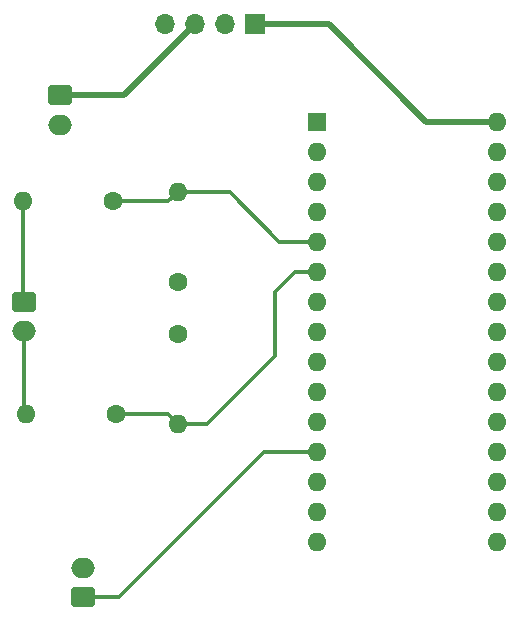
<source format=gtl>
G04 #@! TF.GenerationSoftware,KiCad,Pcbnew,7.0.8*
G04 #@! TF.CreationDate,2024-02-01T00:15:37-07:00*
G04 #@! TF.ProjectId,SDM24-Shifter,53444d32-342d-4536-9869-667465722e6b,rev?*
G04 #@! TF.SameCoordinates,Original*
G04 #@! TF.FileFunction,Copper,L1,Top*
G04 #@! TF.FilePolarity,Positive*
%FSLAX46Y46*%
G04 Gerber Fmt 4.6, Leading zero omitted, Abs format (unit mm)*
G04 Created by KiCad (PCBNEW 7.0.8) date 2024-02-01 00:15:37*
%MOMM*%
%LPD*%
G01*
G04 APERTURE LIST*
G04 Aperture macros list*
%AMRoundRect*
0 Rectangle with rounded corners*
0 $1 Rounding radius*
0 $2 $3 $4 $5 $6 $7 $8 $9 X,Y pos of 4 corners*
0 Add a 4 corners polygon primitive as box body*
4,1,4,$2,$3,$4,$5,$6,$7,$8,$9,$2,$3,0*
0 Add four circle primitives for the rounded corners*
1,1,$1+$1,$2,$3*
1,1,$1+$1,$4,$5*
1,1,$1+$1,$6,$7*
1,1,$1+$1,$8,$9*
0 Add four rect primitives between the rounded corners*
20,1,$1+$1,$2,$3,$4,$5,0*
20,1,$1+$1,$4,$5,$6,$7,0*
20,1,$1+$1,$6,$7,$8,$9,0*
20,1,$1+$1,$8,$9,$2,$3,0*%
G04 Aperture macros list end*
G04 #@! TA.AperFunction,ComponentPad*
%ADD10C,1.600000*%
G04 #@! TD*
G04 #@! TA.AperFunction,ComponentPad*
%ADD11O,1.600000X1.600000*%
G04 #@! TD*
G04 #@! TA.AperFunction,ComponentPad*
%ADD12R,1.600000X1.600000*%
G04 #@! TD*
G04 #@! TA.AperFunction,ComponentPad*
%ADD13R,1.700000X1.700000*%
G04 #@! TD*
G04 #@! TA.AperFunction,ComponentPad*
%ADD14O,1.700000X1.700000*%
G04 #@! TD*
G04 #@! TA.AperFunction,ComponentPad*
%ADD15RoundRect,0.250000X0.750000X-0.600000X0.750000X0.600000X-0.750000X0.600000X-0.750000X-0.600000X0*%
G04 #@! TD*
G04 #@! TA.AperFunction,ComponentPad*
%ADD16O,2.000000X1.700000*%
G04 #@! TD*
G04 #@! TA.AperFunction,ComponentPad*
%ADD17RoundRect,0.250000X-0.750000X0.600000X-0.750000X-0.600000X0.750000X-0.600000X0.750000X0.600000X0*%
G04 #@! TD*
G04 #@! TA.AperFunction,Conductor*
%ADD18C,0.300000*%
G04 #@! TD*
G04 #@! TA.AperFunction,Conductor*
%ADD19C,0.500000*%
G04 #@! TD*
G04 APERTURE END LIST*
D10*
X136000000Y-76190000D03*
D11*
X136000000Y-83810000D03*
D12*
X147800000Y-58240000D03*
D11*
X147800000Y-60780000D03*
X147800000Y-63320000D03*
X147800000Y-65860000D03*
X147800000Y-68400000D03*
X147800000Y-70940000D03*
X147800000Y-73480000D03*
X147800000Y-76020000D03*
X147800000Y-78560000D03*
X147800000Y-81100000D03*
X147800000Y-83640000D03*
X147800000Y-86180000D03*
X147800000Y-88720000D03*
X147800000Y-91260000D03*
X147800000Y-93800000D03*
X163040000Y-93800000D03*
X163040000Y-91260000D03*
X163040000Y-88720000D03*
X163040000Y-86180000D03*
X163040000Y-83640000D03*
X163040000Y-81100000D03*
X163040000Y-78560000D03*
X163040000Y-76020000D03*
X163040000Y-73480000D03*
X163040000Y-70940000D03*
X163040000Y-68400000D03*
X163040000Y-65860000D03*
X163040000Y-63320000D03*
X163040000Y-60780000D03*
X163040000Y-58240000D03*
D13*
X142540000Y-50000000D03*
D14*
X140000000Y-50000000D03*
X137460000Y-50000000D03*
X134920000Y-50000000D03*
D10*
X130500000Y-65000000D03*
D11*
X122880000Y-65000000D03*
D10*
X130810000Y-83000000D03*
D11*
X123190000Y-83000000D03*
D15*
X128000000Y-98500000D03*
D16*
X128000000Y-96000000D03*
D10*
X136000000Y-71810000D03*
D11*
X136000000Y-64190000D03*
D17*
X123000000Y-73500000D03*
D16*
X123000000Y-76000000D03*
D17*
X126000000Y-56000000D03*
D16*
X126000000Y-58500000D03*
D18*
X133400000Y-65000000D02*
X135190000Y-65000000D01*
X130500000Y-65000000D02*
X133400000Y-65000000D01*
X136000000Y-64190000D02*
X140390000Y-64190000D01*
X140390000Y-64190000D02*
X144600000Y-68400000D01*
X144600000Y-68400000D02*
X147800000Y-68400000D01*
X135190000Y-65000000D02*
X136000000Y-64190000D01*
X144200000Y-72700000D02*
X145960000Y-70940000D01*
X138490000Y-83810000D02*
X144200000Y-78100000D01*
X130810000Y-83000000D02*
X133700000Y-83000000D01*
X133700000Y-83000000D02*
X135190000Y-83000000D01*
X136000000Y-83810000D02*
X138490000Y-83810000D01*
X145960000Y-70940000D02*
X147800000Y-70940000D01*
X144200000Y-78100000D02*
X144200000Y-72700000D01*
X135190000Y-83000000D02*
X136000000Y-83810000D01*
X131000000Y-98500000D02*
X143320000Y-86180000D01*
X128000000Y-98500000D02*
X131000000Y-98500000D01*
X143320000Y-86180000D02*
X147800000Y-86180000D01*
D19*
X157040000Y-58240000D02*
X148800000Y-50000000D01*
X148800000Y-50000000D02*
X142540000Y-50000000D01*
X163040000Y-58240000D02*
X157040000Y-58240000D01*
X126000000Y-56000000D02*
X131460000Y-56000000D01*
X131460000Y-56000000D02*
X137460000Y-50000000D01*
D18*
X123000000Y-73500000D02*
X122880000Y-73380000D01*
X122880000Y-73380000D02*
X122880000Y-65000000D01*
X123000000Y-76000000D02*
X123000000Y-82810000D01*
X123000000Y-82810000D02*
X123190000Y-83000000D01*
M02*

</source>
